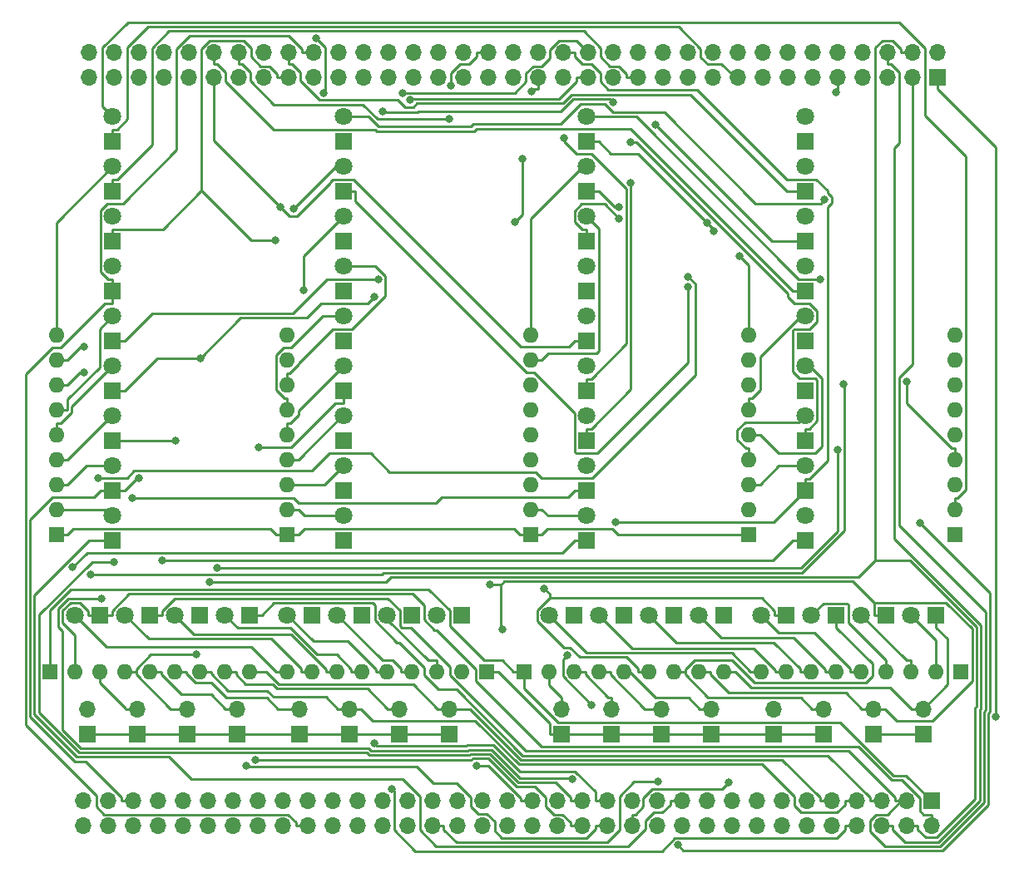
<source format=gbr>
G04 #@! TF.FileFunction,Copper,L1,Top,Signal*
%FSLAX46Y46*%
G04 Gerber Fmt 4.6, Leading zero omitted, Abs format (unit mm)*
G04 Created by KiCad (PCBNEW (2016-09-07 BZR 7135, Git c8cf783)-product) date Wed Feb  8 14:06:02 2017*
%MOMM*%
%LPD*%
G01*
G04 APERTURE LIST*
%ADD10C,0.100000*%
%ADD11R,1.700000X1.700000*%
%ADD12O,1.700000X1.700000*%
%ADD13R,1.800000X1.800000*%
%ADD14C,1.800000*%
%ADD15R,1.600000X1.600000*%
%ADD16O,1.600000X1.600000*%
%ADD17C,0.800000*%
%ADD18C,0.250000*%
G04 APERTURE END LIST*
D10*
D11*
X155677000Y-154459000D03*
D12*
X155677000Y-156999000D03*
X153137000Y-154459000D03*
X153137000Y-156999000D03*
X150597000Y-154459000D03*
X150597000Y-156999000D03*
X148057000Y-154459000D03*
X148057000Y-156999000D03*
X145517000Y-154459000D03*
X145517000Y-156999000D03*
X142977000Y-154459000D03*
X142977000Y-156999000D03*
X140437000Y-154459000D03*
X140437000Y-156999000D03*
X137897000Y-154459000D03*
X137897000Y-156999000D03*
X135357000Y-154459000D03*
X135357000Y-156999000D03*
X132817000Y-154459000D03*
X132817000Y-156999000D03*
X130277000Y-154459000D03*
X130277000Y-156999000D03*
X127737000Y-154459000D03*
X127737000Y-156999000D03*
X125197000Y-154459000D03*
X125197000Y-156999000D03*
X122657000Y-154459000D03*
X122657000Y-156999000D03*
X120117000Y-154459000D03*
X120117000Y-156999000D03*
X117577000Y-154459000D03*
X117577000Y-156999000D03*
X115037000Y-154459000D03*
X115037000Y-156999000D03*
X112497000Y-154459000D03*
X112497000Y-156999000D03*
X109957000Y-154459000D03*
X109957000Y-156999000D03*
X107417000Y-154459000D03*
X107417000Y-156999000D03*
X104877000Y-154459000D03*
X104877000Y-156999000D03*
X102337000Y-154459000D03*
X102337000Y-156999000D03*
X99797000Y-154459000D03*
X99797000Y-156999000D03*
X97257000Y-154459000D03*
X97257000Y-156999000D03*
X94717000Y-154459000D03*
X94717000Y-156999000D03*
X92177000Y-154459000D03*
X92177000Y-156999000D03*
X89637000Y-154459000D03*
X89637000Y-156999000D03*
X87097000Y-154459000D03*
X87097000Y-156999000D03*
X84557000Y-154459000D03*
X84557000Y-156999000D03*
X82017000Y-154459000D03*
X82017000Y-156999000D03*
X79477000Y-154459000D03*
X79477000Y-156999000D03*
X76937000Y-154459000D03*
X76937000Y-156999000D03*
X74397000Y-154459000D03*
X74397000Y-156999000D03*
X71857000Y-154459000D03*
X71857000Y-156999000D03*
X69317000Y-154459000D03*
X69317000Y-156999000D03*
D13*
X72342900Y-92375400D03*
D14*
X72342900Y-89835400D03*
D13*
X72342900Y-97455400D03*
D14*
X72342900Y-94915400D03*
D13*
X72342900Y-102535000D03*
D14*
X72342900Y-99995000D03*
D13*
X72342900Y-107615000D03*
D14*
X72342900Y-105075000D03*
D13*
X72342900Y-112695000D03*
D14*
X72342900Y-110155000D03*
D13*
X72342900Y-117775000D03*
D14*
X72342900Y-115235000D03*
D13*
X72342900Y-122855000D03*
D14*
X72342900Y-120315000D03*
D13*
X72342900Y-127935000D03*
D14*
X72342900Y-125395000D03*
D13*
X95837900Y-92375400D03*
D14*
X95837900Y-89835400D03*
D13*
X95837900Y-97455400D03*
D14*
X95837900Y-94915400D03*
D13*
X95837900Y-102535000D03*
D14*
X95837900Y-99995000D03*
D13*
X95837900Y-107615000D03*
D14*
X95837900Y-105075000D03*
D13*
X95837900Y-112695000D03*
D14*
X95837900Y-110155000D03*
D13*
X95837900Y-117775000D03*
D14*
X95837900Y-115235000D03*
D13*
X95837900Y-122855000D03*
D14*
X95837900Y-120315000D03*
D13*
X95837900Y-127935000D03*
D14*
X95837900Y-125395000D03*
D13*
X120603000Y-92375400D03*
D14*
X120603000Y-89835400D03*
D13*
X120603000Y-97455400D03*
D14*
X120603000Y-94915400D03*
D13*
X120603000Y-102535000D03*
D14*
X120603000Y-99995000D03*
D13*
X120603000Y-107615000D03*
D14*
X120603000Y-105075000D03*
D13*
X120603000Y-112695000D03*
D14*
X120603000Y-110155000D03*
D13*
X120603000Y-117775000D03*
D14*
X120603000Y-115235000D03*
D13*
X120603000Y-122855000D03*
D14*
X120603000Y-120315000D03*
D13*
X120603000Y-127935000D03*
D14*
X120603000Y-125395000D03*
D13*
X142828000Y-92375400D03*
D14*
X142828000Y-89835400D03*
D13*
X142828000Y-97455400D03*
D14*
X142828000Y-94915400D03*
D13*
X142828000Y-102535000D03*
D14*
X142828000Y-99995000D03*
D13*
X142828000Y-107615000D03*
D14*
X142828000Y-105075000D03*
D13*
X142828000Y-112695000D03*
D14*
X142828000Y-110155000D03*
D13*
X142828000Y-117775000D03*
D14*
X142828000Y-115235000D03*
D13*
X142828000Y-122855000D03*
D14*
X142828000Y-120315000D03*
D13*
X142828000Y-127935000D03*
D14*
X142828000Y-125395000D03*
D13*
X142828000Y-87295400D03*
D14*
X142828000Y-84755400D03*
D13*
X120603000Y-87295400D03*
D14*
X120603000Y-84755400D03*
D13*
X95837900Y-87295400D03*
D14*
X95837900Y-84755400D03*
D13*
X72342900Y-87295400D03*
D14*
X72342900Y-84755400D03*
D13*
X119333000Y-135555000D03*
D14*
X116793000Y-135555000D03*
D13*
X124413000Y-135555000D03*
D14*
X121873000Y-135555000D03*
D13*
X129493000Y-135555000D03*
D14*
X126953000Y-135555000D03*
D13*
X134573000Y-135555000D03*
D14*
X132033000Y-135555000D03*
D13*
X140923000Y-135555000D03*
D14*
X138383000Y-135555000D03*
D13*
X146003000Y-135555000D03*
D14*
X143463000Y-135555000D03*
D13*
X151083000Y-135555000D03*
D14*
X148543000Y-135555000D03*
D13*
X156163000Y-135555000D03*
D14*
X153623000Y-135555000D03*
D13*
X71072900Y-135555000D03*
D14*
X68532900Y-135555000D03*
D13*
X76152900Y-135515000D03*
D14*
X73612900Y-135515000D03*
D13*
X81232900Y-135555000D03*
D14*
X78692900Y-135555000D03*
D13*
X86312900Y-135515000D03*
D14*
X83772900Y-135515000D03*
D13*
X92662900Y-135515000D03*
D14*
X90122900Y-135515000D03*
D13*
X97742900Y-135555000D03*
D14*
X95202900Y-135555000D03*
D13*
X102823000Y-135555000D03*
D14*
X100283000Y-135555000D03*
D13*
X107903000Y-135555000D03*
D14*
X105363000Y-135555000D03*
D11*
X154893000Y-147620000D03*
D12*
X154893000Y-145080000D03*
D11*
X106633000Y-147620000D03*
D12*
X106633000Y-145080000D03*
D11*
X149813000Y-147620000D03*
D12*
X149813000Y-145080000D03*
D11*
X101553000Y-147620000D03*
D12*
X101553000Y-145080000D03*
D11*
X144733000Y-147620000D03*
D12*
X144733000Y-145080000D03*
D11*
X96472900Y-147620000D03*
D12*
X96472900Y-145080000D03*
D11*
X139653000Y-147620000D03*
D12*
X139653000Y-145080000D03*
D11*
X91392900Y-147620000D03*
D12*
X91392900Y-145080000D03*
D11*
X133303000Y-147620000D03*
D12*
X133303000Y-145080000D03*
D11*
X85042900Y-147620000D03*
D12*
X85042900Y-145080000D03*
D11*
X128223000Y-147620000D03*
D12*
X128223000Y-145080000D03*
D11*
X79962900Y-147620000D03*
D12*
X79962900Y-145080000D03*
D11*
X123143000Y-147620000D03*
D12*
X123143000Y-145080000D03*
D11*
X74882900Y-147620000D03*
D12*
X74882900Y-145080000D03*
D11*
X118063000Y-147620000D03*
D12*
X118063000Y-145080000D03*
D11*
X69802900Y-147620000D03*
D12*
X69802900Y-145080000D03*
D15*
X66627900Y-127300000D03*
D16*
X66627900Y-124760000D03*
X66627900Y-122220000D03*
X66627900Y-119680000D03*
X66627900Y-117140000D03*
X66627900Y-114600000D03*
X66627900Y-112060000D03*
X66627900Y-109520000D03*
X66627900Y-106980000D03*
D15*
X90122900Y-127300000D03*
D16*
X90122900Y-124760000D03*
X90122900Y-122220000D03*
X90122900Y-119680000D03*
X90122900Y-117140000D03*
X90122900Y-114600000D03*
X90122900Y-112060000D03*
X90122900Y-109520000D03*
X90122900Y-106980000D03*
D15*
X114888000Y-127300000D03*
D16*
X114888000Y-124760000D03*
X114888000Y-122220000D03*
X114888000Y-119680000D03*
X114888000Y-117140000D03*
X114888000Y-114600000D03*
X114888000Y-112060000D03*
X114888000Y-109520000D03*
X114888000Y-106980000D03*
D15*
X137113000Y-127300000D03*
D16*
X137113000Y-124760000D03*
X137113000Y-122220000D03*
X137113000Y-119680000D03*
X137113000Y-117140000D03*
X137113000Y-114600000D03*
X137113000Y-112060000D03*
X137113000Y-109520000D03*
X137113000Y-106980000D03*
D15*
X158068000Y-127300000D03*
D16*
X158068000Y-124760000D03*
X158068000Y-122220000D03*
X158068000Y-119680000D03*
X158068000Y-117140000D03*
X158068000Y-114600000D03*
X158068000Y-112060000D03*
X158068000Y-109520000D03*
X158068000Y-106980000D03*
D15*
X114253000Y-141270000D03*
D16*
X116793000Y-141270000D03*
X119333000Y-141270000D03*
X121873000Y-141270000D03*
X124413000Y-141270000D03*
X126953000Y-141270000D03*
X129493000Y-141270000D03*
X132033000Y-141270000D03*
X134573000Y-141270000D03*
D15*
X65992900Y-141270000D03*
D16*
X68532900Y-141270000D03*
X71072900Y-141270000D03*
X73612900Y-141270000D03*
X76152900Y-141270000D03*
X78692900Y-141270000D03*
X81232900Y-141270000D03*
X83772900Y-141270000D03*
X86312900Y-141270000D03*
D15*
X158703000Y-141270000D03*
D16*
X156163000Y-141270000D03*
X153623000Y-141270000D03*
X151083000Y-141270000D03*
X148543000Y-141270000D03*
X146003000Y-141270000D03*
X143463000Y-141270000D03*
X140923000Y-141270000D03*
X138383000Y-141270000D03*
D15*
X110443000Y-141270000D03*
D16*
X107903000Y-141270000D03*
X105363000Y-141270000D03*
X102823000Y-141270000D03*
X100283000Y-141270000D03*
X97743000Y-141270000D03*
X95203000Y-141270000D03*
X92663000Y-141270000D03*
X90123000Y-141270000D03*
D11*
X156312000Y-80798600D03*
D12*
X156312000Y-78258600D03*
X153772000Y-80798600D03*
X153772000Y-78258600D03*
X151232000Y-80798600D03*
X151232000Y-78258600D03*
X148692000Y-80798600D03*
X148692000Y-78258600D03*
X146152000Y-80798600D03*
X146152000Y-78258600D03*
X143612000Y-80798600D03*
X143612000Y-78258600D03*
X141072000Y-80798600D03*
X141072000Y-78258600D03*
X138532000Y-80798600D03*
X138532000Y-78258600D03*
X135992000Y-80798600D03*
X135992000Y-78258600D03*
X133452000Y-80798600D03*
X133452000Y-78258600D03*
X130912000Y-80798600D03*
X130912000Y-78258600D03*
X128372000Y-80798600D03*
X128372000Y-78258600D03*
X125832000Y-80798600D03*
X125832000Y-78258600D03*
X123292000Y-80798600D03*
X123292000Y-78258600D03*
X120752000Y-80798600D03*
X120752000Y-78258600D03*
X118212000Y-80798600D03*
X118212000Y-78258600D03*
X115672000Y-80798600D03*
X115672000Y-78258600D03*
X113132000Y-80798600D03*
X113132000Y-78258600D03*
X110592000Y-80798600D03*
X110592000Y-78258600D03*
X108052000Y-80798600D03*
X108052000Y-78258600D03*
X105512000Y-80798600D03*
X105512000Y-78258600D03*
X102972000Y-80798600D03*
X102972000Y-78258600D03*
X100432000Y-80798600D03*
X100432000Y-78258600D03*
X97892000Y-80798600D03*
X97892000Y-78258600D03*
X95352000Y-80798600D03*
X95352000Y-78258600D03*
X92812000Y-80798600D03*
X92812000Y-78258600D03*
X90272000Y-80798600D03*
X90272000Y-78258600D03*
X87732000Y-80798600D03*
X87732000Y-78258600D03*
X85192000Y-80798600D03*
X85192000Y-78258600D03*
X82652000Y-80798600D03*
X82652000Y-78258600D03*
X80112000Y-80798600D03*
X80112000Y-78258600D03*
X77572000Y-80798600D03*
X77572000Y-78258600D03*
X75032000Y-80798600D03*
X75032000Y-78258600D03*
X72492000Y-80798600D03*
X72492000Y-78258600D03*
X69952000Y-80798600D03*
X69952000Y-78258600D03*
D17*
X162211300Y-145837900D03*
X82243800Y-132184400D03*
X80887400Y-139563900D03*
X100773800Y-153239400D03*
X145995500Y-82276200D03*
X93080500Y-76794500D03*
X93810300Y-82333600D03*
X132861100Y-95594800D03*
X133518200Y-96395100D03*
X130912000Y-101076900D03*
X70842000Y-121540400D03*
X130881300Y-102083100D03*
X123908600Y-93973500D03*
X123876600Y-95129900D03*
X71187200Y-133817800D03*
X119136000Y-152214300D03*
X135088000Y-152533400D03*
X127628700Y-85594500D03*
X98971200Y-148585200D03*
X123267800Y-83301200D03*
X99830700Y-84250000D03*
X87247600Y-118410000D03*
X85969900Y-150892800D03*
X72445600Y-130104000D03*
X102645800Y-83078700D03*
X99398100Y-101309600D03*
X81253500Y-109362300D03*
X86893800Y-150237600D03*
X101880000Y-82342700D03*
X98956300Y-103142600D03*
X154508200Y-126167300D03*
X129862200Y-158951800D03*
X125065300Y-87339600D03*
X123581600Y-126041100D03*
X118622100Y-139564800D03*
X121070600Y-144649800D03*
X114950400Y-82176800D03*
X118288300Y-86954300D03*
X109441700Y-150843900D03*
X125084200Y-91486800D03*
X114018300Y-89040900D03*
X113272700Y-95514300D03*
X106782100Y-81586700D03*
X116298400Y-132865000D03*
X127824600Y-152513600D03*
X110796700Y-132376900D03*
X112038800Y-137021200D03*
X88889200Y-97342700D03*
X106565500Y-85032300D03*
X89438000Y-93955100D03*
X82969100Y-130681600D03*
X146109700Y-118727700D03*
X78747300Y-117775000D03*
X75032000Y-121589100D03*
X77422900Y-129956200D03*
X70074400Y-131406900D03*
X146751800Y-112042600D03*
X74349700Y-123612800D03*
X68283100Y-130646900D03*
X69407400Y-108206200D03*
X69401300Y-110825400D03*
X90798200Y-94154200D03*
X91788000Y-102458000D03*
X136194400Y-98943200D03*
X153174000Y-111726500D03*
X144351100Y-101309600D03*
X144796500Y-93225400D03*
D18*
X162211300Y-87873200D02*
X162211300Y-145837900D01*
X156312000Y-81973900D02*
X162211300Y-87873200D01*
X156312000Y-80798600D02*
X156312000Y-81973900D01*
X114253000Y-143026200D02*
X114253000Y-141270000D01*
X117671400Y-146444600D02*
X114253000Y-143026200D01*
X146410700Y-146444600D02*
X117671400Y-146444600D01*
X151842300Y-151876200D02*
X146410700Y-146444600D01*
X153094200Y-151876200D02*
X151842300Y-151876200D01*
X155677000Y-154459000D02*
X153094200Y-151876200D01*
X112002400Y-140144700D02*
X113127700Y-141270000D01*
X110176400Y-140144700D02*
X112002400Y-140144700D01*
X106677600Y-136645900D02*
X110176400Y-140144700D01*
X106677600Y-135073300D02*
X106677600Y-136645900D01*
X104524600Y-132920300D02*
X106677600Y-135073300D01*
X68122100Y-132920300D02*
X104524600Y-132920300D01*
X65992900Y-135049500D02*
X68122100Y-132920300D01*
X65992900Y-141270000D02*
X65992900Y-135049500D01*
X114253000Y-141270000D02*
X113127700Y-141270000D01*
X68532900Y-137571100D02*
X68532900Y-141270000D01*
X67276700Y-136314900D02*
X68532900Y-137571100D01*
X67276700Y-135039500D02*
X67276700Y-136314900D01*
X68048000Y-134268200D02*
X67276700Y-135039500D01*
X69020300Y-134268200D02*
X68048000Y-134268200D01*
X69847600Y-135095500D02*
X69020300Y-134268200D01*
X69847600Y-135555000D02*
X69847600Y-135095500D01*
X71072900Y-135555000D02*
X69847600Y-135555000D01*
X155677000Y-156999000D02*
X155677000Y-155823700D01*
X71072900Y-135555000D02*
X72298200Y-135555000D01*
X154868900Y-155823700D02*
X155677000Y-155823700D01*
X154501700Y-155456500D02*
X154868900Y-155823700D01*
X154501700Y-154154300D02*
X154501700Y-155456500D01*
X152674000Y-152326600D02*
X154501700Y-154154300D01*
X151647500Y-152326600D02*
X152674000Y-152326600D01*
X148233300Y-148912400D02*
X151647500Y-152326600D01*
X116003600Y-148912400D02*
X148233300Y-148912400D01*
X109317600Y-142226400D02*
X116003600Y-148912400D01*
X109317600Y-141025100D02*
X109317600Y-142226400D01*
X105346100Y-137053600D02*
X109317600Y-141025100D01*
X105119400Y-137053600D02*
X105346100Y-137053600D01*
X104048400Y-135982600D02*
X105119400Y-137053600D01*
X104048400Y-134509900D02*
X104048400Y-135982600D01*
X102909200Y-133370700D02*
X104048400Y-134509900D01*
X74023000Y-133370700D02*
X102909200Y-133370700D01*
X72298200Y-135095500D02*
X74023000Y-133370700D01*
X72298200Y-135555000D02*
X72298200Y-135095500D01*
X76152900Y-135515000D02*
X77378200Y-135515000D01*
X153137000Y-154459000D02*
X152549400Y-154459000D01*
X152549400Y-154459000D02*
X151961700Y-154459000D01*
X151184800Y-155823600D02*
X152549400Y-154459000D01*
X150071400Y-155823600D02*
X151184800Y-155823600D01*
X149420000Y-156475000D02*
X150071400Y-155823600D01*
X149420000Y-157515900D02*
X149420000Y-156475000D01*
X150983300Y-159079200D02*
X149420000Y-157515900D01*
X156580300Y-159079200D02*
X150983300Y-159079200D01*
X161035700Y-154623800D02*
X156580300Y-159079200D01*
X161035700Y-145350900D02*
X161035700Y-154623800D01*
X161179300Y-145207300D02*
X161035700Y-145350900D01*
X161179300Y-135204700D02*
X161179300Y-145207300D01*
X152401800Y-126427200D02*
X161179300Y-135204700D01*
X152401800Y-111314100D02*
X152401800Y-126427200D01*
X153772000Y-109943900D02*
X152401800Y-111314100D01*
X153772000Y-80798600D02*
X153772000Y-109943900D01*
X151961700Y-154091700D02*
X151961700Y-154459000D01*
X147232800Y-149362800D02*
X151961700Y-154091700D01*
X114380400Y-149362800D02*
X147232800Y-149362800D01*
X106677600Y-141660000D02*
X114380400Y-149362800D01*
X106677600Y-140771100D02*
X106677600Y-141660000D01*
X102731400Y-136824900D02*
X106677600Y-140771100D01*
X101791500Y-136824900D02*
X102731400Y-136824900D01*
X101597600Y-136631000D02*
X101791500Y-136824900D01*
X101597600Y-135074700D02*
X101597600Y-136631000D01*
X100357100Y-133834200D02*
X101597600Y-135074700D01*
X78676100Y-133834200D02*
X100357100Y-133834200D01*
X77378200Y-135132100D02*
X78676100Y-133834200D01*
X77378200Y-135515000D02*
X77378200Y-135132100D01*
X73707600Y-145030000D02*
X71072900Y-142395300D01*
X73707600Y-145080000D02*
X73707600Y-145030000D01*
X74882900Y-145080000D02*
X73707600Y-145080000D01*
X71072900Y-141270000D02*
X71072900Y-142395300D01*
X78266900Y-145080000D02*
X79962900Y-145080000D01*
X74738200Y-141551300D02*
X78266900Y-145080000D01*
X74738200Y-141270000D02*
X74738200Y-141551300D01*
X73612900Y-141270000D02*
X74738200Y-141270000D01*
X153772000Y-78258600D02*
X152596700Y-78258600D01*
X74738200Y-141073000D02*
X74738200Y-141270000D01*
X76247300Y-139563900D02*
X74738200Y-141073000D01*
X80887400Y-139563900D02*
X76247300Y-139563900D01*
X153137000Y-156999000D02*
X154312300Y-156999000D01*
X152596700Y-77891300D02*
X152596700Y-78258600D01*
X151761800Y-77056400D02*
X152596700Y-77891300D01*
X150695400Y-77056400D02*
X151761800Y-77056400D01*
X149998100Y-77753700D02*
X150695400Y-77056400D01*
X149998100Y-129957300D02*
X149998100Y-77753700D01*
X154312300Y-157366400D02*
X154312300Y-156999000D01*
X155120200Y-158174300D02*
X154312300Y-157366400D01*
X156211400Y-158174300D02*
X155120200Y-158174300D01*
X160135100Y-154250600D02*
X156211400Y-158174300D01*
X160135100Y-144977700D02*
X160135100Y-154250600D01*
X160278600Y-144834200D02*
X160135100Y-144977700D01*
X160278600Y-136749700D02*
X160278600Y-144834200D01*
X153486200Y-129957300D02*
X160278600Y-136749700D01*
X149998100Y-129957300D02*
X153486200Y-129957300D01*
X148303800Y-131651600D02*
X149998100Y-129957300D01*
X100708000Y-131651600D02*
X148303800Y-131651600D01*
X100175200Y-132184400D02*
X100708000Y-131651600D01*
X82243800Y-132184400D02*
X100175200Y-132184400D01*
X85042900Y-145080000D02*
X83867600Y-145080000D01*
X76152900Y-141270000D02*
X77278200Y-141270000D01*
X82387900Y-143600300D02*
X83867600Y-145080000D01*
X79327100Y-143600300D02*
X82387900Y-143600300D01*
X77278200Y-141551400D02*
X79327100Y-143600300D01*
X77278200Y-141270000D02*
X77278200Y-141551400D01*
X150597000Y-154459000D02*
X149421700Y-154459000D01*
X86312900Y-135515000D02*
X87538200Y-135515000D01*
X88763500Y-134289700D02*
X87538200Y-135515000D01*
X98818100Y-134289700D02*
X88763500Y-134289700D01*
X99035500Y-134507100D02*
X98818100Y-134289700D01*
X99035500Y-136065800D02*
X99035500Y-134507100D01*
X101265900Y-138296200D02*
X99035500Y-136065800D01*
X101507900Y-138296200D02*
X101265900Y-138296200D01*
X104093000Y-140881300D02*
X101507900Y-138296200D01*
X104093000Y-141642400D02*
X104093000Y-140881300D01*
X105529000Y-143078400D02*
X104093000Y-141642400D01*
X107332100Y-143078400D02*
X105529000Y-143078400D01*
X114066800Y-149813100D02*
X107332100Y-143078400D01*
X145143100Y-149813100D02*
X114066800Y-149813100D01*
X149421700Y-154091700D02*
X145143100Y-149813100D01*
X149421700Y-154459000D02*
X149421700Y-154091700D01*
X151232000Y-78258600D02*
X151232000Y-79433900D01*
X150597000Y-156999000D02*
X151772300Y-156999000D01*
X78692900Y-141270000D02*
X79818200Y-141270000D01*
X91392900Y-145080000D02*
X90217600Y-145080000D01*
X89198700Y-145080000D02*
X90217600Y-145080000D01*
X88023400Y-143904700D02*
X89198700Y-145080000D01*
X83942700Y-143904700D02*
X88023400Y-143904700D01*
X82433300Y-142395300D02*
X83942700Y-143904700D01*
X80750700Y-142395300D02*
X82433300Y-142395300D01*
X79818200Y-141462800D02*
X80750700Y-142395300D01*
X79818200Y-141270000D02*
X79818200Y-141462800D01*
X151772300Y-157366300D02*
X151772300Y-156999000D01*
X153033400Y-158627400D02*
X151772300Y-157366300D01*
X156395200Y-158627400D02*
X153033400Y-158627400D01*
X160585400Y-154437200D02*
X156395200Y-158627400D01*
X160585400Y-145164300D02*
X160585400Y-154437200D01*
X160729000Y-145020700D02*
X160585400Y-145164300D01*
X160729000Y-136563200D02*
X160729000Y-145020700D01*
X151933900Y-127768100D02*
X160729000Y-136563200D01*
X151933900Y-87941600D02*
X151933900Y-127768100D01*
X152418200Y-87457300D02*
X151933900Y-87941600D01*
X152418200Y-80252800D02*
X152418200Y-87457300D01*
X151599300Y-79433900D02*
X152418200Y-80252800D01*
X151232000Y-79433900D02*
X151599300Y-79433900D01*
X96472900Y-145080000D02*
X95297600Y-145080000D01*
X81232900Y-141270000D02*
X82358200Y-141270000D01*
X82358200Y-141476700D02*
X82358200Y-141270000D01*
X84110700Y-143229200D02*
X82358200Y-141476700D01*
X88097200Y-143229200D02*
X84110700Y-143229200D01*
X88716400Y-143848400D02*
X88097200Y-143229200D01*
X94066000Y-143848400D02*
X88716400Y-143848400D01*
X95297600Y-145080000D02*
X94066000Y-143848400D01*
X148057000Y-154459000D02*
X146881700Y-154459000D01*
X96472900Y-145080000D02*
X97648200Y-145080000D01*
X98823500Y-146255300D02*
X97648200Y-145080000D01*
X109231400Y-146255300D02*
X98823500Y-146255300D01*
X113689800Y-150713700D02*
X109231400Y-146255300D01*
X138434400Y-150713700D02*
X113689800Y-150713700D01*
X141707000Y-153986300D02*
X138434400Y-150713700D01*
X141707000Y-154890000D02*
X141707000Y-153986300D01*
X142451400Y-155634400D02*
X141707000Y-154890000D01*
X146073600Y-155634400D02*
X142451400Y-155634400D01*
X146881700Y-154826300D02*
X146073600Y-155634400D01*
X146881700Y-154459000D02*
X146881700Y-154826300D01*
X83772900Y-141270000D02*
X84898200Y-141270000D01*
X101553000Y-145080000D02*
X100377700Y-145080000D01*
X84898200Y-141551300D02*
X84898200Y-141270000D01*
X85900800Y-142553900D02*
X84898200Y-141551300D01*
X88621900Y-142553900D02*
X85900800Y-142553900D01*
X89072100Y-143004100D02*
X88621900Y-142553900D01*
X98301800Y-143004100D02*
X89072100Y-143004100D01*
X100377700Y-145080000D02*
X98301800Y-143004100D01*
X148057000Y-156999000D02*
X146881700Y-156999000D01*
X100982300Y-153447900D02*
X100773800Y-153239400D01*
X100982300Y-157366400D02*
X100982300Y-153447900D01*
X103163700Y-159547800D02*
X100982300Y-157366400D01*
X128240600Y-159547800D02*
X103163700Y-159547800D01*
X128240600Y-159547700D02*
X128240600Y-159547800D01*
X129561800Y-158226500D02*
X128240600Y-159547700D01*
X146021600Y-158226500D02*
X129561800Y-158226500D01*
X146881700Y-157366400D02*
X146021600Y-158226500D01*
X146881700Y-156999000D02*
X146881700Y-157366400D01*
X86312900Y-141270000D02*
X87438200Y-141270000D01*
X106633000Y-145080000D02*
X105457700Y-145080000D01*
X146152000Y-80798600D02*
X146152000Y-81973900D01*
X145995500Y-82130400D02*
X145995500Y-82276200D01*
X146152000Y-81973900D02*
X145995500Y-82130400D01*
X87974900Y-141270000D02*
X87438200Y-141270000D01*
X89258700Y-142553800D02*
X87974900Y-141270000D01*
X102931500Y-142553800D02*
X89258700Y-142553800D01*
X105457700Y-145080000D02*
X102931500Y-142553800D01*
X145517000Y-154459000D02*
X144341700Y-154459000D01*
X106633000Y-145080000D02*
X107808300Y-145080000D01*
X108693000Y-145080000D02*
X107808300Y-145080000D01*
X113876400Y-150263400D02*
X108693000Y-145080000D01*
X140513400Y-150263400D02*
X113876400Y-150263400D01*
X144341700Y-154091700D02*
X140513400Y-150263400D01*
X144341700Y-154459000D02*
X144341700Y-154091700D01*
X94006500Y-77720500D02*
X93080500Y-76794500D01*
X94006500Y-82137400D02*
X94006500Y-77720500D01*
X93810300Y-82333600D02*
X94006500Y-82137400D01*
X135992000Y-80798600D02*
X135698200Y-80798600D01*
X72342900Y-87295400D02*
X72342900Y-86070100D01*
X134333600Y-79434000D02*
X135698200Y-80798600D01*
X132926400Y-79434000D02*
X134333600Y-79434000D01*
X132182000Y-78689600D02*
X132926400Y-79434000D01*
X132182000Y-77844500D02*
X132182000Y-78689600D01*
X129937100Y-75599600D02*
X132182000Y-77844500D01*
X75961800Y-75599600D02*
X129937100Y-75599600D01*
X73840300Y-77721100D02*
X75961800Y-75599600D01*
X73840300Y-85032200D02*
X73840300Y-77721100D01*
X72802400Y-86070100D02*
X73840300Y-85032200D01*
X72342900Y-86070100D02*
X72802400Y-86070100D01*
X120603000Y-87295400D02*
X121828300Y-87295400D01*
X125787000Y-88520700D02*
X132861100Y-95594800D01*
X123053600Y-88520700D02*
X125787000Y-88520700D01*
X121828300Y-87295400D02*
X123053600Y-88520700D01*
X133518200Y-96251900D02*
X133518200Y-96395100D01*
X132861100Y-95594800D02*
X133518200Y-96251900D01*
X130277000Y-154459000D02*
X129101700Y-154459000D01*
X129101700Y-154826400D02*
X129101700Y-154459000D01*
X128293800Y-155634300D02*
X129101700Y-154826400D01*
X127400700Y-155634300D02*
X128293800Y-155634300D01*
X126561600Y-156473400D02*
X127400700Y-155634300D01*
X126561600Y-157306300D02*
X126561600Y-156473400D01*
X124770400Y-159097500D02*
X126561600Y-157306300D01*
X105289600Y-159097500D02*
X124770400Y-159097500D01*
X103607000Y-157414900D02*
X105289600Y-159097500D01*
X103607000Y-153994700D02*
X103607000Y-157414900D01*
X101858300Y-152246000D02*
X103607000Y-153994700D01*
X80375300Y-152246000D02*
X101858300Y-152246000D01*
X78091800Y-149962500D02*
X80375300Y-152246000D01*
X68711500Y-149962500D02*
X78091800Y-149962500D01*
X64394300Y-145645300D02*
X68711500Y-149962500D01*
X64394300Y-133488200D02*
X64394300Y-145645300D01*
X69947500Y-127935000D02*
X64394300Y-133488200D01*
X72342900Y-127935000D02*
X69947500Y-127935000D01*
X131633600Y-101798500D02*
X130912000Y-101076900D01*
X131633600Y-111047100D02*
X131633600Y-101798500D01*
X121136100Y-121544600D02*
X131633600Y-111047100D01*
X116012800Y-121544600D02*
X121136100Y-121544600D01*
X115418200Y-120950000D02*
X116012800Y-121544600D01*
X100498500Y-120950000D02*
X115418200Y-120950000D01*
X98619500Y-119071000D02*
X100498500Y-120950000D01*
X94401200Y-119071000D02*
X98619500Y-119071000D01*
X92621100Y-120851100D02*
X94401200Y-119071000D01*
X74512800Y-120851100D02*
X92621100Y-120851100D01*
X73823500Y-121540400D02*
X74512800Y-120851100D01*
X70842000Y-121540400D02*
X73823500Y-121540400D01*
X95837900Y-92375400D02*
X97063200Y-92375400D01*
X130881300Y-109772600D02*
X130881300Y-102083100D01*
X121653500Y-119000400D02*
X130881300Y-109772600D01*
X119517500Y-119000400D02*
X121653500Y-119000400D01*
X119377600Y-118860500D02*
X119517500Y-119000400D01*
X119377600Y-114952100D02*
X119377600Y-118860500D01*
X115215500Y-110790000D02*
X119377600Y-114952100D01*
X114493300Y-110790000D02*
X115215500Y-110790000D01*
X97063200Y-93359900D02*
X114493300Y-110790000D01*
X97063200Y-92375400D02*
X97063200Y-93359900D01*
X120603000Y-92375400D02*
X121828300Y-92375400D01*
X123426400Y-93973500D02*
X123908600Y-93973500D01*
X121828300Y-92375400D02*
X123426400Y-93973500D01*
X120143400Y-96230100D02*
X120603000Y-96230100D01*
X119377700Y-95464400D02*
X120143400Y-96230100D01*
X119377700Y-94390300D02*
X119377700Y-95464400D01*
X120110300Y-93657700D02*
X119377700Y-94390300D01*
X122404400Y-93657700D02*
X120110300Y-93657700D01*
X123876600Y-95129900D02*
X122404400Y-93657700D01*
X120603000Y-97455400D02*
X120603000Y-96230100D01*
X125832000Y-80798600D02*
X124656700Y-80798600D01*
X72342900Y-92375400D02*
X72342900Y-91150100D01*
X72802400Y-91150100D02*
X72342900Y-91150100D01*
X76365600Y-87586900D02*
X72802400Y-91150100D01*
X76365600Y-77784300D02*
X76365600Y-87586900D01*
X78085700Y-76064200D02*
X76365600Y-77784300D01*
X120307800Y-76064200D02*
X78085700Y-76064200D01*
X122022000Y-77778400D02*
X120307800Y-76064200D01*
X122022000Y-78680500D02*
X122022000Y-77778400D01*
X122964800Y-79623300D02*
X122022000Y-78680500D01*
X123848800Y-79623300D02*
X122964800Y-79623300D01*
X124656700Y-80431200D02*
X123848800Y-79623300D01*
X124656700Y-80798600D02*
X124656700Y-80431200D01*
X67861500Y-133817800D02*
X71187200Y-133817800D01*
X66826300Y-134853000D02*
X67861500Y-133817800D01*
X66826300Y-136741900D02*
X66826300Y-134853000D01*
X67276600Y-137192200D02*
X66826300Y-136741900D01*
X67276600Y-147253800D02*
X67276600Y-137192200D01*
X68818100Y-148795300D02*
X67276600Y-147253800D01*
X68818200Y-148795300D02*
X68818100Y-148795300D01*
X69084700Y-149061800D02*
X68818200Y-148795300D01*
X69084700Y-149061900D02*
X69084700Y-149061800D01*
X98379000Y-149061900D02*
X69084700Y-149061900D01*
X98658000Y-149340900D02*
X98379000Y-149061900D01*
X108485500Y-149340900D02*
X98658000Y-149340900D01*
X108608400Y-149218000D02*
X108485500Y-149340900D01*
X110920300Y-149218000D02*
X108608400Y-149218000D01*
X113822200Y-152119900D02*
X110920300Y-149218000D01*
X119041600Y-152119900D02*
X113822200Y-152119900D01*
X119136000Y-152214300D02*
X119041600Y-152119900D01*
X125197000Y-156999000D02*
X125197000Y-155823700D01*
X125564400Y-155823700D02*
X125197000Y-155823700D01*
X126372300Y-155015800D02*
X125564400Y-155823700D01*
X126372300Y-154159200D02*
X126372300Y-155015800D01*
X127270300Y-153261200D02*
X126372300Y-154159200D01*
X134360200Y-153261200D02*
X127270300Y-153261200D01*
X135088000Y-152533400D02*
X134360200Y-153261200D01*
X139489600Y-97455400D02*
X142828000Y-97455400D01*
X127628700Y-85594500D02*
X139489600Y-97455400D01*
X122657000Y-154459000D02*
X121481700Y-154459000D01*
X99219900Y-148833900D02*
X98971200Y-148585200D01*
X108355600Y-148833900D02*
X99219900Y-148833900D01*
X108421800Y-148767700D02*
X108355600Y-148833900D01*
X111106900Y-148767700D02*
X108421800Y-148767700D01*
X113783700Y-151444500D02*
X111106900Y-148767700D01*
X119392000Y-151444500D02*
X113783700Y-151444500D01*
X121481700Y-153534200D02*
X119392000Y-151444500D01*
X121481700Y-154459000D02*
X121481700Y-153534200D01*
X99936900Y-84356200D02*
X99830700Y-84250000D01*
X103349500Y-84356200D02*
X99936900Y-84356200D01*
X103437800Y-84267900D02*
X103349500Y-84356200D01*
X117951200Y-84267900D02*
X103437800Y-84267900D01*
X119212200Y-83006900D02*
X117951200Y-84267900D01*
X122973500Y-83006900D02*
X119212200Y-83006900D01*
X123267800Y-83301200D02*
X122973500Y-83006900D01*
X122657000Y-156999000D02*
X121481700Y-156999000D01*
X95837900Y-112695000D02*
X95837900Y-113920300D01*
X121481700Y-157312900D02*
X121481700Y-156999000D01*
X120597700Y-158196900D02*
X121481700Y-157312900D01*
X111977000Y-158196900D02*
X120597700Y-158196900D01*
X111227000Y-157446900D02*
X111977000Y-158196900D01*
X111227000Y-156518800D02*
X111227000Y-157446900D01*
X110455100Y-155746900D02*
X111227000Y-156518800D01*
X109543900Y-155746900D02*
X110455100Y-155746900D01*
X108781600Y-154984600D02*
X109543900Y-155746900D01*
X108781600Y-154077700D02*
X108781600Y-154984600D01*
X107371400Y-152667500D02*
X108781600Y-154077700D01*
X105010400Y-152667500D02*
X107371400Y-152667500D01*
X103305800Y-150962900D02*
X105010400Y-152667500D01*
X86040000Y-150962900D02*
X103305800Y-150962900D01*
X85969900Y-150892800D02*
X86040000Y-150962900D01*
X90518400Y-118410000D02*
X87247600Y-118410000D01*
X95008100Y-113920300D02*
X90518400Y-118410000D01*
X95837900Y-113920300D02*
X95008100Y-113920300D01*
X120117000Y-154459000D02*
X118941700Y-154459000D01*
X120752000Y-80798600D02*
X119576700Y-80798600D01*
X72342900Y-107615000D02*
X73568200Y-107615000D01*
X76376300Y-104806900D02*
X73568200Y-107615000D01*
X90675500Y-104806900D02*
X76376300Y-104806900D01*
X94172800Y-101309600D02*
X90675500Y-104806900D01*
X99398100Y-101309600D02*
X94172800Y-101309600D01*
X118941700Y-154091700D02*
X118941700Y-154459000D01*
X117420300Y-152570300D02*
X118941700Y-154091700D01*
X113635700Y-152570300D02*
X117420300Y-152570300D01*
X110733700Y-149668300D02*
X113635700Y-152570300D01*
X108795000Y-149668300D02*
X110733700Y-149668300D01*
X108672100Y-149791200D02*
X108795000Y-149668300D01*
X98471400Y-149791200D02*
X108672100Y-149791200D01*
X98192400Y-149512200D02*
X98471400Y-149791200D01*
X68898100Y-149512200D02*
X98192400Y-149512200D01*
X68634400Y-149248500D02*
X68898100Y-149512200D01*
X68634400Y-149248400D02*
X68634400Y-149248500D01*
X68634300Y-149248400D02*
X68634400Y-149248400D01*
X64867500Y-145481600D02*
X68634300Y-149248400D01*
X64867500Y-135500200D02*
X64867500Y-145481600D01*
X70263700Y-130104000D02*
X64867500Y-135500200D01*
X72445600Y-130104000D02*
X70263700Y-130104000D01*
X102768500Y-82956000D02*
X102645800Y-83078700D01*
X117786700Y-82956000D02*
X102768500Y-82956000D01*
X119576700Y-81166000D02*
X117786700Y-82956000D01*
X119576700Y-80798600D02*
X119576700Y-81166000D01*
X76900900Y-109362300D02*
X73568200Y-112695000D01*
X81253500Y-109362300D02*
X76900900Y-109362300D01*
X72342900Y-112695000D02*
X73568200Y-112695000D01*
X120117000Y-156999000D02*
X118941700Y-156999000D01*
X85358500Y-105257300D02*
X81253500Y-109362300D01*
X92110500Y-105257300D02*
X85358500Y-105257300D01*
X93607400Y-103760400D02*
X92110500Y-105257300D01*
X98338500Y-103760400D02*
X93607400Y-103760400D01*
X98956300Y-103142600D02*
X98338500Y-103760400D01*
X119550700Y-77057300D02*
X120752000Y-78258600D01*
X117742700Y-77057300D02*
X119550700Y-77057300D01*
X116847400Y-77952600D02*
X117742700Y-77057300D01*
X116847400Y-78784200D02*
X116847400Y-77952600D01*
X116008400Y-79623200D02*
X116847400Y-78784200D01*
X115146400Y-79623200D02*
X116008400Y-79623200D01*
X114402000Y-80367600D02*
X115146400Y-79623200D01*
X114402000Y-81206300D02*
X114402000Y-80367600D01*
X113265600Y-82342700D02*
X114402000Y-81206300D01*
X101880000Y-82342700D02*
X113265600Y-82342700D01*
X86897700Y-150241500D02*
X86893800Y-150237600D01*
X108858700Y-150241500D02*
X86897700Y-150241500D01*
X108981600Y-150118600D02*
X108858700Y-150241500D01*
X110547100Y-150118600D02*
X108981600Y-150118600D01*
X113449100Y-153020600D02*
X110547100Y-150118600D01*
X115345400Y-153020600D02*
X113449100Y-153020600D01*
X116401600Y-154076800D02*
X115345400Y-153020600D01*
X116401600Y-154984600D02*
X116401600Y-154076800D01*
X117240700Y-155823700D02*
X116401600Y-154984600D01*
X118133800Y-155823700D02*
X117240700Y-155823700D01*
X118941700Y-156631600D02*
X118133800Y-155823700D01*
X118941700Y-156999000D02*
X118941700Y-156631600D01*
X142828000Y-117775000D02*
X142828000Y-116549700D01*
X143259400Y-116549700D02*
X142828000Y-116549700D01*
X144058000Y-115751100D02*
X143259400Y-116549700D01*
X144058000Y-111610800D02*
X144058000Y-115751100D01*
X143832200Y-111385000D02*
X144058000Y-111610800D01*
X142251700Y-111385000D02*
X143832200Y-111385000D01*
X141602600Y-110735900D02*
X142251700Y-111385000D01*
X141602600Y-106524200D02*
X141602600Y-110735900D01*
X141737200Y-106389600D02*
X141602600Y-106524200D01*
X143303900Y-106389600D02*
X141737200Y-106389600D01*
X144057800Y-105635700D02*
X143303900Y-106389600D01*
X144057800Y-104514300D02*
X144057800Y-105635700D01*
X143303900Y-103760400D02*
X144057800Y-104514300D01*
X141730000Y-103760400D02*
X143303900Y-103760400D01*
X141072900Y-103103300D02*
X141730000Y-103760400D01*
X141072900Y-102743500D02*
X141072900Y-103103300D01*
X125669000Y-87339600D02*
X141072900Y-102743500D01*
X125065300Y-87339600D02*
X125669000Y-87339600D01*
X130440000Y-159529600D02*
X129862200Y-158951800D01*
X156802700Y-159529600D02*
X130440000Y-159529600D01*
X161486000Y-154846300D02*
X156802700Y-159529600D01*
X161486000Y-145537500D02*
X161486000Y-154846300D01*
X161629600Y-145393900D02*
X161486000Y-145537500D01*
X161629600Y-133288700D02*
X161629600Y-145393900D01*
X154508200Y-126167300D02*
X161629600Y-133288700D01*
X118212000Y-78258600D02*
X119387300Y-78258600D01*
X119387300Y-78626000D02*
X119387300Y-78258600D01*
X120195200Y-79433900D02*
X119387300Y-78626000D01*
X121081500Y-79433900D02*
X120195200Y-79433900D01*
X122022000Y-80374400D02*
X121081500Y-79433900D01*
X122022000Y-81228700D02*
X122022000Y-80374400D01*
X122793200Y-81999900D02*
X122022000Y-81228700D01*
X131864000Y-81999900D02*
X122793200Y-81999900D01*
X141014100Y-91150000D02*
X131864000Y-81999900D01*
X143934000Y-91150000D02*
X141014100Y-91150000D01*
X145089100Y-92305100D02*
X143934000Y-91150000D01*
X145089100Y-92492300D02*
X145089100Y-92305100D01*
X145089200Y-92492300D02*
X145089100Y-92492300D01*
X145521800Y-92924900D02*
X145089200Y-92492300D01*
X145521800Y-93525900D02*
X145521800Y-92924900D01*
X145089100Y-93958600D02*
X145521800Y-93525900D01*
X145089100Y-119828100D02*
X145089100Y-93958600D01*
X143287500Y-121629700D02*
X145089100Y-119828100D01*
X142828000Y-121629700D02*
X143287500Y-121629700D01*
X142828000Y-122650000D02*
X142828000Y-121629700D01*
X142828000Y-122650000D02*
X142828000Y-122670400D01*
X142828000Y-122855000D02*
X142828000Y-122808800D01*
X142828000Y-122808800D02*
X142828000Y-122670400D01*
X139595700Y-126041100D02*
X123581600Y-126041100D01*
X142828000Y-122808800D02*
X139595700Y-126041100D01*
X118175400Y-141754600D02*
X121070600Y-144649800D01*
X118175400Y-140011500D02*
X118175400Y-141754600D01*
X118622100Y-139564800D02*
X118175400Y-140011500D01*
X120603000Y-112695000D02*
X120603000Y-111469700D01*
X115672000Y-80798600D02*
X115672000Y-81973900D01*
X115153300Y-81973900D02*
X114950400Y-82176800D01*
X115672000Y-81973900D02*
X115153300Y-81973900D01*
X118288300Y-87248000D02*
X118288300Y-86954300D01*
X119561100Y-88520800D02*
X118288300Y-87248000D01*
X121063800Y-88520800D02*
X119561100Y-88520800D01*
X124633900Y-92090900D02*
X121063800Y-88520800D01*
X124633900Y-107898300D02*
X124633900Y-92090900D01*
X121062500Y-111469700D02*
X124633900Y-107898300D01*
X120603000Y-111469700D02*
X121062500Y-111469700D01*
X115037000Y-154459000D02*
X113861700Y-154459000D01*
X113861700Y-154161400D02*
X113861700Y-154459000D01*
X110544200Y-150843900D02*
X113861700Y-154161400D01*
X109441700Y-150843900D02*
X110544200Y-150843900D01*
X120603000Y-117775000D02*
X120603000Y-116549700D01*
X125084200Y-112528000D02*
X125084200Y-91486800D01*
X121062500Y-116549700D02*
X125084200Y-112528000D01*
X120603000Y-116549700D02*
X121062500Y-116549700D01*
X116793000Y-142634700D02*
X118063000Y-143904700D01*
X116793000Y-141270000D02*
X116793000Y-142634700D01*
X118063000Y-145080000D02*
X118063000Y-143904700D01*
X114018300Y-94768700D02*
X113272700Y-95514300D01*
X114018300Y-89040900D02*
X114018300Y-94768700D01*
X110592000Y-78258600D02*
X109416700Y-78258600D01*
X106782100Y-80381900D02*
X106782100Y-81586700D01*
X107730100Y-79433900D02*
X106782100Y-80381900D01*
X108608800Y-79433900D02*
X107730100Y-79433900D01*
X109416700Y-78626000D02*
X108608800Y-79433900D01*
X109416700Y-78258600D02*
X109416700Y-78626000D01*
X122811700Y-143904700D02*
X123143000Y-143904700D01*
X120458300Y-141551300D02*
X122811700Y-143904700D01*
X120458300Y-141270000D02*
X120458300Y-141551300D01*
X119333000Y-141270000D02*
X120458300Y-141270000D01*
X123143000Y-145080000D02*
X123143000Y-143904700D01*
X126527000Y-145080000D02*
X128223000Y-145080000D01*
X122998300Y-141551300D02*
X126527000Y-145080000D01*
X122998300Y-141270000D02*
X122998300Y-141551300D01*
X121873000Y-141270000D02*
X122998300Y-141270000D01*
X133303000Y-145080000D02*
X132127700Y-145080000D01*
X130952400Y-143904700D02*
X132127700Y-145080000D01*
X127610400Y-143904700D02*
X130952400Y-143904700D01*
X124975700Y-141270000D02*
X127610400Y-143904700D01*
X124694400Y-141270000D02*
X124975700Y-141270000D01*
X124413000Y-141270000D02*
X124694400Y-141270000D01*
X126953000Y-141270000D02*
X125827700Y-141270000D01*
X140923000Y-135555000D02*
X139697700Y-135555000D01*
X116811700Y-133378300D02*
X116811700Y-133803300D01*
X116298400Y-132865000D02*
X116811700Y-133378300D01*
X139697700Y-135095500D02*
X139697700Y-135555000D01*
X138405500Y-133803300D02*
X139697700Y-135095500D01*
X116811700Y-133803300D02*
X138405500Y-133803300D01*
X115552300Y-135062700D02*
X116811700Y-133803300D01*
X115552300Y-136107000D02*
X115552300Y-135062700D01*
X118284800Y-138839500D02*
X115552300Y-136107000D01*
X118922600Y-138839500D02*
X118284800Y-138839500D01*
X119899100Y-139816000D02*
X118922600Y-138839500D01*
X124655000Y-139816000D02*
X119899100Y-139816000D01*
X125827700Y-140988700D02*
X124655000Y-139816000D01*
X125827700Y-141270000D02*
X125827700Y-140988700D01*
X130618300Y-141551300D02*
X130618300Y-141270000D01*
X132971700Y-143904700D02*
X130618300Y-141551300D01*
X142382400Y-143904700D02*
X132971700Y-143904700D01*
X143557700Y-145080000D02*
X142382400Y-143904700D01*
X144733000Y-145080000D02*
X143557700Y-145080000D01*
X129493000Y-141270000D02*
X130618300Y-141270000D01*
X146003000Y-135555000D02*
X146003000Y-136780300D01*
X104877000Y-156999000D02*
X106052300Y-156999000D01*
X149677400Y-140454700D02*
X146003000Y-136780300D01*
X149677400Y-141744700D02*
X149677400Y-140454700D01*
X148998600Y-142423500D02*
X149677400Y-141744700D01*
X137699200Y-142423500D02*
X148998600Y-142423500D01*
X135378600Y-140102900D02*
X137699200Y-142423500D01*
X131574900Y-140102900D02*
X135378600Y-140102900D01*
X130618300Y-141059500D02*
X131574900Y-140102900D01*
X130618300Y-141270000D02*
X130618300Y-141059500D01*
X125425500Y-152513600D02*
X127824600Y-152513600D01*
X123927000Y-154012100D02*
X125425500Y-152513600D01*
X123927000Y-157405900D02*
X123927000Y-154012100D01*
X122685700Y-158647200D02*
X123927000Y-157405900D01*
X107333200Y-158647200D02*
X122685700Y-158647200D01*
X106052300Y-157366300D02*
X107333200Y-158647200D01*
X106052300Y-156999000D02*
X106052300Y-157366300D01*
X132033000Y-141270000D02*
X133158300Y-141270000D01*
X146985900Y-143428200D02*
X148637700Y-145080000D01*
X135035200Y-143428200D02*
X146985900Y-143428200D01*
X133158300Y-141551300D02*
X135035200Y-143428200D01*
X133158300Y-141270000D02*
X133158300Y-141551300D01*
X149813000Y-145080000D02*
X148637700Y-145080000D01*
X151083000Y-135555000D02*
X149857700Y-135555000D01*
X149813000Y-145080000D02*
X150988300Y-145080000D01*
X152163600Y-146255300D02*
X150988300Y-145080000D01*
X155777800Y-146255300D02*
X152163600Y-146255300D01*
X159828300Y-142204800D02*
X155777800Y-146255300D01*
X159828300Y-136936300D02*
X159828300Y-142204800D01*
X157164700Y-134272700D02*
X159828300Y-136936300D01*
X149857700Y-134272700D02*
X157164700Y-134272700D01*
X147687800Y-132102800D02*
X149857700Y-134272700D01*
X112206100Y-132102800D02*
X147687800Y-132102800D01*
X111852500Y-132456400D02*
X112206100Y-132102800D01*
X149857700Y-134272700D02*
X149857700Y-135555000D01*
X111773000Y-132376900D02*
X110796700Y-132376900D01*
X111852500Y-132456400D02*
X111773000Y-132376900D01*
X111852500Y-136834900D02*
X112038800Y-137021200D01*
X111852500Y-132456400D02*
X111852500Y-136834900D01*
X151511500Y-142873800D02*
X153717700Y-145080000D01*
X137302100Y-142873800D02*
X151511500Y-142873800D01*
X135698300Y-141270000D02*
X137302100Y-142873800D01*
X134573000Y-141270000D02*
X135698300Y-141270000D01*
X154747500Y-145080000D02*
X153717700Y-145080000D01*
X154747500Y-145080000D02*
X154827300Y-145080000D01*
X154893000Y-145080000D02*
X154827300Y-145080000D01*
X157308000Y-137925300D02*
X156163000Y-136780300D01*
X157308000Y-142599300D02*
X157308000Y-137925300D01*
X154827300Y-145080000D02*
X157308000Y-142599300D01*
X156163000Y-135555000D02*
X156163000Y-136780300D01*
X91001700Y-156631600D02*
X91001700Y-156999000D01*
X90193800Y-155823700D02*
X91001700Y-156631600D01*
X71453300Y-155823700D02*
X90193800Y-155823700D01*
X70681600Y-155052000D02*
X71453300Y-155823700D01*
X70681600Y-153923400D02*
X70681600Y-155052000D01*
X63493600Y-146735400D02*
X70681600Y-153923400D01*
X63493600Y-111011300D02*
X63493600Y-146735400D01*
X66254900Y-108250000D02*
X63493600Y-111011300D01*
X67027300Y-108250000D02*
X66254900Y-108250000D01*
X71517000Y-103760300D02*
X67027300Y-108250000D01*
X72342900Y-103760300D02*
X71517000Y-103760300D01*
X72342900Y-102535000D02*
X72342900Y-103760300D01*
X92177000Y-156999000D02*
X91001700Y-156999000D01*
X71883300Y-101309700D02*
X72342900Y-101309700D01*
X71117600Y-100544000D02*
X71883300Y-101309700D01*
X71117600Y-94326700D02*
X71117600Y-100544000D01*
X71843500Y-93600800D02*
X71117600Y-94326700D01*
X73377600Y-93600800D02*
X71843500Y-93600800D01*
X78842000Y-88136400D02*
X73377600Y-93600800D01*
X78842000Y-77866300D02*
X78842000Y-88136400D01*
X80193700Y-76514600D02*
X78842000Y-77866300D01*
X90260000Y-76514600D02*
X80193700Y-76514600D01*
X91636700Y-77891300D02*
X90260000Y-76514600D01*
X91636700Y-78258600D02*
X91636700Y-77891300D01*
X92812000Y-78258600D02*
X91636700Y-78258600D01*
X72342900Y-102535000D02*
X72342900Y-101309700D01*
X90272000Y-80798600D02*
X89096700Y-80798600D01*
X72342900Y-97455400D02*
X72342900Y-96230100D01*
X86417500Y-97342700D02*
X88889200Y-97342700D01*
X81382000Y-92307200D02*
X86417500Y-97342700D01*
X81382000Y-77861100D02*
X81382000Y-92307200D01*
X82226900Y-77016200D02*
X81382000Y-77861100D01*
X85699600Y-77016200D02*
X82226900Y-77016200D01*
X86462000Y-77778600D02*
X85699600Y-77016200D01*
X86462000Y-78672800D02*
X86462000Y-77778600D01*
X87412500Y-79623300D02*
X86462000Y-78672800D01*
X88288800Y-79623300D02*
X87412500Y-79623300D01*
X89096700Y-80431200D02*
X88288800Y-79623300D01*
X89096700Y-80798600D02*
X89096700Y-80431200D01*
X77459100Y-96230100D02*
X72342900Y-96230100D01*
X81382000Y-92307200D02*
X77459100Y-96230100D01*
X90272000Y-78258600D02*
X90272000Y-79433900D01*
X142828000Y-92375400D02*
X141602700Y-92375400D01*
X90639400Y-79433900D02*
X90272000Y-79433900D01*
X91447300Y-80241800D02*
X90639400Y-79433900D01*
X91447300Y-81126300D02*
X91447300Y-80241800D01*
X93400700Y-83079700D02*
X91447300Y-81126300D01*
X101375600Y-83079700D02*
X93400700Y-83079700D01*
X102119900Y-83824000D02*
X101375600Y-83079700D01*
X102926600Y-83824000D02*
X102119900Y-83824000D01*
X103344300Y-83406300D02*
X102926600Y-83824000D01*
X118175900Y-83406300D02*
X103344300Y-83406300D01*
X119025700Y-82556500D02*
X118175900Y-83406300D01*
X131147000Y-82556500D02*
X119025700Y-82556500D01*
X140965900Y-92375400D02*
X131147000Y-82556500D01*
X141602700Y-92375400D02*
X140965900Y-92375400D01*
X85192000Y-78258600D02*
X85192000Y-79433900D01*
X99333600Y-85032300D02*
X106565500Y-85032300D01*
X97831300Y-83530000D02*
X99333600Y-85032300D01*
X88782200Y-83530000D02*
X97831300Y-83530000D01*
X86367300Y-81115100D02*
X88782200Y-83530000D01*
X86367300Y-80241800D02*
X86367300Y-81115100D01*
X85559400Y-79433900D02*
X86367300Y-80241800D01*
X85192000Y-79433900D02*
X85559400Y-79433900D01*
X120603000Y-107615000D02*
X119377700Y-107615000D01*
X82652000Y-87169100D02*
X89438000Y-93955100D01*
X82652000Y-80798600D02*
X82652000Y-87169100D01*
X118822100Y-108170600D02*
X119377700Y-107615000D01*
X113902900Y-108170600D02*
X118822100Y-108170600D01*
X96882300Y-91150000D02*
X113902900Y-108170600D01*
X94764800Y-91150000D02*
X96882300Y-91150000D01*
X94483900Y-91430900D02*
X94764800Y-91150000D01*
X94483900Y-91539600D02*
X94483900Y-91430900D01*
X91143600Y-94879900D02*
X94483900Y-91539600D01*
X90362800Y-94879900D02*
X91143600Y-94879900D01*
X89438000Y-93955100D02*
X90362800Y-94879900D01*
X82652000Y-78258600D02*
X82652000Y-79433900D01*
X142828000Y-102535000D02*
X141602700Y-102535000D01*
X125093200Y-86025500D02*
X141602700Y-102535000D01*
X109405000Y-86025500D02*
X125093200Y-86025500D01*
X109184300Y-86246200D02*
X109405000Y-86025500D01*
X99273700Y-86246200D02*
X109184300Y-86246200D01*
X99097600Y-86070100D02*
X99273700Y-86246200D01*
X88747000Y-86070100D02*
X99097600Y-86070100D01*
X83827300Y-81150400D02*
X88747000Y-86070100D01*
X83827300Y-80241800D02*
X83827300Y-81150400D01*
X83019400Y-79433900D02*
X83827300Y-80241800D01*
X82652000Y-79433900D02*
X83019400Y-79433900D01*
X146109700Y-126957400D02*
X146109700Y-118727700D01*
X142385500Y-130681600D02*
X146109700Y-126957400D01*
X82969100Y-130681600D02*
X142385500Y-130681600D01*
X72342900Y-117775000D02*
X73568200Y-117775000D01*
X73568200Y-117775000D02*
X78747300Y-117775000D01*
X72342900Y-122855000D02*
X71117600Y-122855000D01*
X74397000Y-154459000D02*
X73221700Y-154459000D01*
X72342900Y-122855000D02*
X73568200Y-122855000D01*
X73221700Y-154068600D02*
X73221700Y-154459000D01*
X69578500Y-150425400D02*
X73221700Y-154068600D01*
X68537500Y-150425400D02*
X69578500Y-150425400D01*
X63944000Y-145831900D02*
X68537500Y-150425400D01*
X63944000Y-125784400D02*
X63944000Y-145831900D01*
X66238400Y-123490000D02*
X63944000Y-125784400D01*
X70482600Y-123490000D02*
X66238400Y-123490000D01*
X71117600Y-122855000D02*
X70482600Y-123490000D01*
X74834100Y-121589100D02*
X75032000Y-121589100D01*
X73568200Y-122855000D02*
X74834100Y-121589100D01*
X142828000Y-127935000D02*
X141602700Y-127935000D01*
X139581500Y-129956200D02*
X77422900Y-129956200D01*
X141602700Y-127935000D02*
X139581500Y-129956200D01*
X146835000Y-112125800D02*
X146751800Y-112042600D01*
X146835000Y-126869000D02*
X146835000Y-112125800D01*
X142502800Y-131201200D02*
X146835000Y-126869000D01*
X99948800Y-131201200D02*
X142502800Y-131201200D01*
X99743100Y-131406900D02*
X99948800Y-131201200D01*
X70074400Y-131406900D02*
X99743100Y-131406900D01*
X120603000Y-122855000D02*
X119377700Y-122855000D01*
X90780700Y-123612800D02*
X74349700Y-123612800D01*
X91248300Y-124080400D02*
X90780700Y-123612800D01*
X105230100Y-124080400D02*
X91248300Y-124080400D01*
X105820500Y-123490000D02*
X105230100Y-124080400D01*
X118742700Y-123490000D02*
X105820500Y-123490000D01*
X119377700Y-122855000D02*
X118742700Y-123490000D01*
X120603000Y-127935000D02*
X119377700Y-127935000D01*
X69769600Y-129160400D02*
X68283100Y-130646900D01*
X118152300Y-129160400D02*
X69769600Y-129160400D01*
X119377700Y-127935000D02*
X118152300Y-129160400D01*
X69802900Y-147620000D02*
X74882900Y-147620000D01*
X79962900Y-147620000D02*
X85042900Y-147620000D01*
X85042900Y-147620000D02*
X91392900Y-147620000D01*
X128223000Y-147620000D02*
X127047700Y-147620000D01*
X123143000Y-147620000D02*
X124318300Y-147620000D01*
X128223000Y-147620000D02*
X129398300Y-147620000D01*
X123143000Y-147620000D02*
X118063000Y-147620000D01*
X144733000Y-147620000D02*
X143557700Y-147620000D01*
X132127700Y-147620000D02*
X129398300Y-147620000D01*
X114888000Y-127300000D02*
X116013300Y-127300000D01*
X137113000Y-127300000D02*
X135987700Y-127300000D01*
X143557700Y-147620000D02*
X140828300Y-147620000D01*
X139653000Y-147620000D02*
X140828300Y-147620000D01*
X132715400Y-147620000D02*
X132127700Y-147620000D01*
X139653000Y-147620000D02*
X138477700Y-147620000D01*
X78787600Y-147620000D02*
X76058200Y-147620000D01*
X79962900Y-147620000D02*
X78787600Y-147620000D01*
X74882900Y-147620000D02*
X76058200Y-147620000D01*
X106633000Y-147620000D02*
X105457700Y-147620000D01*
X101553000Y-147620000D02*
X102728300Y-147620000D01*
X150988300Y-147620000D02*
X153717700Y-147620000D01*
X149813000Y-147620000D02*
X150988300Y-147620000D01*
X154893000Y-147620000D02*
X153717700Y-147620000D01*
X105457700Y-147620000D02*
X102728300Y-147620000D01*
X132715400Y-147620000D02*
X133303000Y-147620000D01*
X133303000Y-147620000D02*
X138477700Y-147620000D01*
X113172300Y-126709600D02*
X113762700Y-127300000D01*
X91838600Y-126709600D02*
X113172300Y-126709600D01*
X91248200Y-127300000D02*
X91838600Y-126709600D01*
X90122900Y-127300000D02*
X91248200Y-127300000D01*
X114888000Y-127300000D02*
X113762700Y-127300000D01*
X91392900Y-147620000D02*
X92568200Y-147620000D01*
X96472900Y-147620000D02*
X92568200Y-147620000D01*
X127047700Y-147620000D02*
X124318300Y-147620000D01*
X88407200Y-126709600D02*
X88997600Y-127300000D01*
X68343600Y-126709600D02*
X88407200Y-126709600D01*
X67753200Y-127300000D02*
X68343600Y-126709600D01*
X66627900Y-127300000D02*
X67753200Y-127300000D01*
X90122900Y-127300000D02*
X88997600Y-127300000D01*
X101553000Y-147620000D02*
X100377700Y-147620000D01*
X96472900Y-147620000D02*
X97648200Y-147620000D01*
X100377700Y-147620000D02*
X97648200Y-147620000D01*
X123814800Y-127300000D02*
X135987700Y-127300000D01*
X123224400Y-126709600D02*
X123814800Y-127300000D01*
X116603700Y-126709600D02*
X123224400Y-126709600D01*
X116013300Y-127300000D02*
X116603700Y-126709600D01*
X116887700Y-146589400D02*
X116887700Y-147620000D01*
X111568300Y-141270000D02*
X116887700Y-146589400D01*
X110443000Y-141270000D02*
X111568300Y-141270000D01*
X118063000Y-147620000D02*
X116887700Y-147620000D01*
X66627900Y-95550400D02*
X72342900Y-89835400D01*
X66627900Y-106980000D02*
X66627900Y-95550400D01*
X69067000Y-108206200D02*
X69407400Y-108206200D01*
X67753200Y-109520000D02*
X69067000Y-108206200D01*
X66627900Y-109520000D02*
X67753200Y-109520000D01*
X68987800Y-110825400D02*
X69401300Y-110825400D01*
X67753200Y-112060000D02*
X68987800Y-110825400D01*
X66627900Y-112060000D02*
X67753200Y-112060000D01*
X71028300Y-106389600D02*
X72342900Y-105075000D01*
X71028300Y-110278700D02*
X71028300Y-106389600D01*
X67753200Y-113553800D02*
X71028300Y-110278700D01*
X67753200Y-114600000D02*
X67753200Y-113553800D01*
X66627900Y-114600000D02*
X67753200Y-114600000D01*
X68203600Y-114294300D02*
X72342900Y-110155000D01*
X68203600Y-114861000D02*
X68203600Y-114294300D01*
X67049900Y-116014700D02*
X68203600Y-114861000D01*
X66627900Y-116014700D02*
X67049900Y-116014700D01*
X66627900Y-117140000D02*
X66627900Y-116014700D01*
X72198200Y-115235000D02*
X72342900Y-115235000D01*
X67753200Y-119680000D02*
X72198200Y-115235000D01*
X66627900Y-119680000D02*
X67753200Y-119680000D01*
X69658200Y-120315000D02*
X72342900Y-120315000D01*
X67753200Y-122220000D02*
X69658200Y-120315000D01*
X66627900Y-122220000D02*
X67753200Y-122220000D01*
X66627900Y-124760000D02*
X67753200Y-124760000D01*
X71707900Y-124760000D02*
X67753200Y-124760000D01*
X72342900Y-125395000D02*
X71707900Y-124760000D01*
X95117000Y-89835400D02*
X90798200Y-94154200D01*
X95837900Y-89835400D02*
X95117000Y-89835400D01*
X91788000Y-98965300D02*
X95837900Y-94915400D01*
X91788000Y-102458000D02*
X91788000Y-98965300D01*
X90122900Y-112060000D02*
X90122900Y-110934700D01*
X99109300Y-99995000D02*
X95837900Y-99995000D01*
X100123400Y-101009100D02*
X99109300Y-99995000D01*
X100123400Y-103001300D02*
X100123400Y-101009100D01*
X96735100Y-106389600D02*
X100123400Y-103001300D01*
X94732200Y-106389600D02*
X96735100Y-106389600D01*
X91248200Y-109873600D02*
X94732200Y-106389600D01*
X91248200Y-110006400D02*
X91248200Y-109873600D01*
X90319900Y-110934700D02*
X91248200Y-110006400D01*
X90122900Y-110934700D02*
X90319900Y-110934700D01*
X93727600Y-105075000D02*
X95837900Y-105075000D01*
X90552600Y-108250000D02*
X93727600Y-105075000D01*
X89791900Y-108250000D02*
X90552600Y-108250000D01*
X88989700Y-109052200D02*
X89791900Y-108250000D01*
X88989700Y-112622800D02*
X88989700Y-109052200D01*
X89841600Y-113474700D02*
X88989700Y-112622800D01*
X90122900Y-113474700D02*
X89841600Y-113474700D01*
X90122900Y-114600000D02*
X90122900Y-113474700D01*
X91248200Y-114744700D02*
X95837900Y-110155000D01*
X91248200Y-115170800D02*
X91248200Y-114744700D01*
X90404300Y-116014700D02*
X91248200Y-115170800D01*
X90122900Y-116014700D02*
X90404300Y-116014700D01*
X90122900Y-117140000D02*
X90122900Y-116014700D01*
X95693200Y-115235000D02*
X95837900Y-115235000D01*
X91248200Y-119680000D02*
X95693200Y-115235000D01*
X90122900Y-119680000D02*
X91248200Y-119680000D01*
X93932900Y-122220000D02*
X95837900Y-120315000D01*
X90122900Y-122220000D02*
X93932900Y-122220000D01*
X91883200Y-125395000D02*
X95837900Y-125395000D01*
X91248200Y-124760000D02*
X91883200Y-125395000D01*
X90122900Y-124760000D02*
X91248200Y-124760000D01*
X120217800Y-89835400D02*
X120603000Y-89835400D01*
X114888000Y-95165200D02*
X120217800Y-89835400D01*
X114888000Y-105854700D02*
X114888000Y-95165200D01*
X114888000Y-106980000D02*
X114888000Y-105854700D01*
X121828400Y-96140800D02*
X120603000Y-94915400D01*
X121828400Y-108651500D02*
X121828400Y-96140800D01*
X121587900Y-108892000D02*
X121828400Y-108651500D01*
X116641300Y-108892000D02*
X121587900Y-108892000D01*
X116013300Y-109520000D02*
X116641300Y-108892000D01*
X114888000Y-109520000D02*
X116013300Y-109520000D01*
X114888000Y-124760000D02*
X116013300Y-124760000D01*
X116648300Y-125395000D02*
X120603000Y-125395000D01*
X116013300Y-124760000D02*
X116648300Y-125395000D01*
X137113000Y-106980000D02*
X137113000Y-105854700D01*
X137113000Y-99861800D02*
X137113000Y-105854700D01*
X136194400Y-98943200D02*
X137113000Y-99861800D01*
X142386000Y-105075000D02*
X142828000Y-105075000D01*
X138238300Y-109222700D02*
X142386000Y-105075000D01*
X138238300Y-112630800D02*
X138238300Y-109222700D01*
X137394400Y-113474700D02*
X138238300Y-112630800D01*
X137113000Y-113474700D02*
X137394400Y-113474700D01*
X137113000Y-114600000D02*
X137113000Y-113474700D01*
X137113000Y-117140000D02*
X138238300Y-117140000D01*
X143278300Y-110155000D02*
X142828000Y-110155000D01*
X144508300Y-111385000D02*
X143278300Y-110155000D01*
X144508300Y-118375700D02*
X144508300Y-111385000D01*
X143883600Y-119000400D02*
X144508300Y-118375700D01*
X140098700Y-119000400D02*
X143883600Y-119000400D01*
X138238300Y-117140000D02*
X140098700Y-119000400D01*
X142193000Y-115870000D02*
X142828000Y-115235000D01*
X136735400Y-115870000D02*
X142193000Y-115870000D01*
X135942400Y-116663000D02*
X136735400Y-115870000D01*
X135942400Y-117665400D02*
X135942400Y-116663000D01*
X136831700Y-118554700D02*
X135942400Y-117665400D01*
X137113000Y-118554700D02*
X136831700Y-118554700D01*
X137113000Y-119680000D02*
X137113000Y-118554700D01*
X140143300Y-120315000D02*
X142828000Y-120315000D01*
X138238300Y-122220000D02*
X140143300Y-120315000D01*
X137113000Y-122220000D02*
X138238300Y-122220000D01*
X153174000Y-113942000D02*
X153174000Y-111726500D01*
X157786700Y-118554700D02*
X153174000Y-113942000D01*
X158068000Y-118554700D02*
X157786700Y-118554700D01*
X158068000Y-119680000D02*
X158068000Y-118554700D01*
X142155300Y-101309600D02*
X144351100Y-101309600D01*
X125616800Y-84771100D02*
X142155300Y-101309600D01*
X120618700Y-84771100D02*
X125616800Y-84771100D01*
X120603000Y-84755400D02*
X120618700Y-84771100D01*
X98419800Y-84755400D02*
X95837900Y-84755400D01*
X99447100Y-85782700D02*
X98419800Y-84755400D01*
X108786000Y-85782700D02*
X99447100Y-85782700D01*
X109036300Y-85532400D02*
X108786000Y-85782700D01*
X117960500Y-85532400D02*
X109036300Y-85532400D01*
X119985800Y-83507100D02*
X117960500Y-85532400D01*
X122448000Y-83507100D02*
X119985800Y-83507100D01*
X123261600Y-84320700D02*
X122448000Y-83507100D01*
X128523100Y-84320700D02*
X123261600Y-84320700D01*
X137805400Y-93603000D02*
X128523100Y-84320700D01*
X144418900Y-93603000D02*
X137805400Y-93603000D01*
X144796500Y-93225400D02*
X144418900Y-93603000D01*
X158068000Y-124760000D02*
X158068000Y-123634700D01*
X158349300Y-123634700D02*
X158068000Y-123634700D01*
X159226500Y-122757500D02*
X158349300Y-123634700D01*
X159226500Y-88801500D02*
X159226500Y-122757500D01*
X155042000Y-84617000D02*
X159226500Y-88801500D01*
X155042000Y-77790100D02*
X155042000Y-84617000D01*
X152396500Y-75144600D02*
X155042000Y-77790100D01*
X73885600Y-75144600D02*
X152396500Y-75144600D01*
X71292100Y-77738100D02*
X73885600Y-75144600D01*
X71292100Y-83704600D02*
X71292100Y-77738100D01*
X72342900Y-84755400D02*
X71292100Y-83704600D01*
X138383000Y-141270000D02*
X137257700Y-141270000D01*
X135353400Y-139365700D02*
X137257700Y-141270000D01*
X120603700Y-139365700D02*
X135353400Y-139365700D01*
X116793000Y-135555000D02*
X120603700Y-139365700D01*
X140923000Y-141270000D02*
X139797700Y-141270000D01*
X125233400Y-138915400D02*
X121873000Y-135555000D01*
X137621400Y-138915400D02*
X125233400Y-138915400D01*
X139797700Y-141091700D02*
X137621400Y-138915400D01*
X139797700Y-141270000D02*
X139797700Y-141091700D01*
X143463000Y-141270000D02*
X142337700Y-141270000D01*
X129699700Y-138301700D02*
X126953000Y-135555000D01*
X139650700Y-138301700D02*
X129699700Y-138301700D01*
X142337700Y-140988700D02*
X139650700Y-138301700D01*
X142337700Y-141270000D02*
X142337700Y-140988700D01*
X146003000Y-141270000D02*
X144877700Y-141270000D01*
X134329400Y-137851400D02*
X132033000Y-135555000D01*
X141671400Y-137851400D02*
X134329400Y-137851400D01*
X144877700Y-141057700D02*
X141671400Y-137851400D01*
X144877700Y-141270000D02*
X144877700Y-141057700D01*
X148543000Y-141270000D02*
X147417700Y-141270000D01*
X147417700Y-140988700D02*
X147417700Y-141270000D01*
X143734100Y-137305100D02*
X147417700Y-140988700D01*
X140133100Y-137305100D02*
X143734100Y-137305100D01*
X138383000Y-135555000D02*
X140133100Y-137305100D01*
X144688400Y-134329600D02*
X143463000Y-135555000D01*
X147089300Y-134329600D02*
X144688400Y-134329600D01*
X147228400Y-134468700D02*
X147089300Y-134329600D01*
X147228400Y-136290100D02*
X147228400Y-134468700D01*
X151083000Y-140144700D02*
X147228400Y-136290100D01*
X151083000Y-141270000D02*
X151083000Y-140144700D01*
X153623000Y-141270000D02*
X153623000Y-140144700D01*
X153132700Y-140144700D02*
X148543000Y-135555000D01*
X153623000Y-140144700D02*
X153132700Y-140144700D01*
X156163000Y-138095000D02*
X153623000Y-135555000D01*
X156163000Y-141270000D02*
X156163000Y-138095000D01*
X71735400Y-138757500D02*
X68532900Y-135555000D01*
X86485200Y-138757500D02*
X71735400Y-138757500D01*
X88997700Y-141270000D02*
X86485200Y-138757500D01*
X90123000Y-141270000D02*
X88997700Y-141270000D01*
X92663000Y-141270000D02*
X91537700Y-141270000D01*
X91537700Y-140988700D02*
X91537700Y-141270000D01*
X88498200Y-137949200D02*
X91537700Y-140988700D01*
X76047100Y-137949200D02*
X88498200Y-137949200D01*
X73612900Y-135515000D02*
X76047100Y-137949200D01*
X80636700Y-137498800D02*
X78692900Y-135555000D01*
X90508300Y-137498800D02*
X80636700Y-137498800D01*
X94077700Y-141068200D02*
X90508300Y-137498800D01*
X94077700Y-141270000D02*
X94077700Y-141068200D01*
X95203000Y-141270000D02*
X94077700Y-141270000D01*
X97743000Y-141270000D02*
X96617700Y-141270000D01*
X85080900Y-136823000D02*
X83772900Y-135515000D01*
X90469400Y-136823000D02*
X85080900Y-136823000D01*
X93179200Y-139532800D02*
X90469400Y-136823000D01*
X95135000Y-139532800D02*
X93179200Y-139532800D01*
X96617700Y-141015500D02*
X95135000Y-139532800D01*
X96617700Y-141270000D02*
X96617700Y-141015500D01*
X100283000Y-141270000D02*
X99157700Y-141270000D01*
X92808200Y-138200300D02*
X90122900Y-135515000D01*
X96312000Y-138200300D02*
X92808200Y-138200300D01*
X99157700Y-141046000D02*
X96312000Y-138200300D01*
X99157700Y-141270000D02*
X99157700Y-141046000D01*
X99792600Y-140144700D02*
X95202900Y-135555000D01*
X100853800Y-140144700D02*
X99792600Y-140144700D01*
X101697700Y-140988600D02*
X100853800Y-140144700D01*
X101697700Y-141270000D02*
X101697700Y-140988600D01*
X102823000Y-141270000D02*
X101697700Y-141270000D01*
X105363000Y-141270000D02*
X105363000Y-140144700D01*
X104460800Y-140144700D02*
X105363000Y-140144700D01*
X100283000Y-135966900D02*
X104460800Y-140144700D01*
X100283000Y-135555000D02*
X100283000Y-135966900D01*
M02*

</source>
